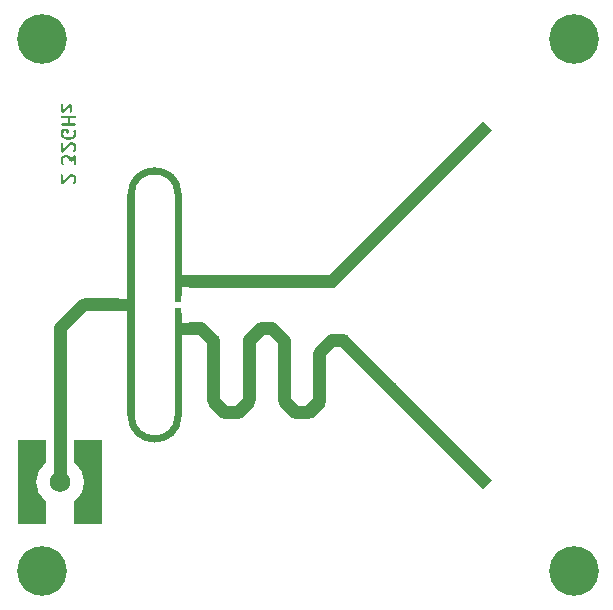
<source format=gbl>
G04 ========================BEGIN FILE IDENTIFICATION RECORD===============*
G04 File Format : GERBER RS274X*
G04 File Origin : Ansoft Designer*
G04 =====THIS FILE CONTAINS GERBER DATA FOR LAYERS  signal_low*
G04 Design Name /home/ubuntu/Ansoft/repo/patch_2_32GHz/gerber/patch_and_splitter_sma*
%FSLAX55Y55*MOMM*%
%ADD10C, 4.200000*%
%ADD11C, 0.900000*%
%ADD12C, 0.900000*%
%ADD13C, 0.900000*%
%ADD14R, 1.000000X1.100000*%
%ADD15R, 0.600000X0.600000*%
%ADD16C, 1.730000*%
%ADD17C, 0.107488*%
G75*
%LPD*%G36*
G01X738891Y661109D02*
G03X661109Y738891I-38891J38891D01*
G01X661109Y738891D01*
G01X177218Y255000D01*
G01X-1000000Y255000D01*
G03X-1000000Y145000I0J-55000D01*
G01X-1000000Y145000D01*
G01X222782Y145000D01*
G01X738891Y661109D01*
G37*
G36*
G01X661109Y-738891D02*
G03X738891Y-661109I38891J38891D01*
G01X738891Y-661109D01*
G01X338891Y-261109D01*
G03X300000Y-245000I-38891J-38891D01*
G01X300000Y-245000D01*
G01X200000Y-245000D01*
G03X161109Y-261109I0J-55000D01*
G01X161109Y-261109D01*
G01X61109Y-361109D01*
G03X45000Y-400000I38891J-38891D01*
G01X45000Y-400000D01*
G01X45000Y-791718D01*
G01X-22782Y-859500D01*
G01X-77218Y-859500D01*
G01X-145000Y-791718D01*
G01X-145000Y-300000D01*
G03X-161109Y-261109I-55000J0D01*
G01X-161109Y-261109D01*
G01X-261109Y-161109D01*
G03X-300000Y-145000I-38891J-38891D01*
G01X-300000Y-145000D01*
G01X-400000Y-145000D01*
G03X-438891Y-161109I0J-55000D01*
G01X-438891Y-161109D01*
G01X-538891Y-261109D01*
G03X-555000Y-300000I38891J-38891D01*
G01X-555000Y-300000D01*
G01X-555000Y-791718D01*
G01X-622782Y-859500D01*
G01X-677218Y-859500D01*
G01X-745000Y-791718D01*
G01X-745000Y-300000D01*
G03X-761109Y-261109I-55000J0D01*
G01X-761109Y-261109D01*
G01X-861109Y-161109D01*
G03X-900000Y-145000I-38891J-38891D01*
G01X-900000Y-145000D01*
G01X-1000000Y-145000D01*
G03X-1000000Y-255000I0J-55000D01*
G01X-1000000Y-255000D01*
G01X-922782Y-255000D01*
G01X-855000Y-322782D01*
G01X-855000Y-814500D01*
G03X-838891Y-853391I55000J0D01*
G01X-838891Y-853391D01*
G01X-738891Y-953391D01*
G03X-700000Y-969500I38891J38891D01*
G01X-700000Y-969500D01*
G01X-600000Y-969500D01*
G03X-561109Y-953391I0J55000D01*
G01X-561109Y-953391D01*
G01X-461109Y-853391D01*
G03X-445000Y-814500I-38891J38891D01*
G01X-445000Y-814500D01*
G01X-445000Y-322782D01*
G01X-377218Y-255000D01*
G01X-322782Y-255000D01*
G01X-255000Y-322782D01*
G01X-255000Y-814500D01*
G03X-238891Y-853391I55000J0D01*
G01X-238891Y-853391D01*
G01X-138891Y-953391D01*
G03X-100000Y-969500I38891J38891D01*
G01X-100000Y-969500D01*
G01X0Y-969500D01*
G03X38891Y-953391I0J55000D01*
G01X38891Y-953391D01*
G01X138891Y-853391D01*
G03X155000Y-814500I-38891J38891D01*
G01X155000Y-814500D01*
G01X155000Y-422782D01*
G01X222782Y-355000D01*
G01X277218Y-355000D01*
G01X661109Y-738891D01*
G37*
G36*
G01X-1600000Y-55000D02*
G03X-1600000Y55000I0J55000D01*
G01X-1600000Y55000D01*
G01X-1900000Y55000D01*
G03X-1938891Y38891I0J-55000D01*
G01X-1938891Y38891D01*
G01X-2138891Y-161109D01*
G03X-2155000Y-200000I38891J-38891D01*
G01X-2155000Y-200000D01*
G01X-2155000Y-1500000D01*
G03X-2045000Y-1500000I55000J0D01*
G01X-2045000Y-1500000D01*
G01X-2045000Y-222782D01*
G01X-1877218Y-55000D01*
G01X-1600000Y-55000D01*
G37*
G54D10*
X2250000Y-2250000D03*
G54D10*
X-2250000Y2250000D03*
G54D10*
X-2250000Y-2250000D03*
G54D10*
X2250000Y2250000D03*
G54D11*
X-2400000Y-1200000D03*
G54D11*
X-2400000Y-1400000D03*
G54D12*
X-2400000Y-1600000D03*
G54D13*
X-2400000Y-1800000D03*
G54D13*
X-1800000Y-1800000D03*
G54D12*
X-1800000Y-1600000D03*
G54D11*
X-1800000Y-1400000D03*
G54D11*
X-1800000Y-1200000D03*
G36*
G01X-1530707Y-935000D02*
G03X-1469293Y-935000I30707J0D01*
G01X-1469293Y-935000D01*
G01X-1469293Y0D01*
G03X-1530707Y0I-30707J0D01*
G01X-1530707Y0D01*
G01X-1530707Y-935000D01*
G37*
G36*
G01X-1130293Y935000D02*
G03X-1069707Y935000I30293J0D01*
G01X-1069707Y935000D01*
G03X-1530293Y935000I-230293J0D01*
G01X-1530293Y935000D01*
G03X-1469707Y935000I30293J0D01*
G01X-1469707Y935000D01*
G02X-1130293Y935000I169707J0D01*
G01X-1130293Y935000D01*
G37*
G36*
G01X-1130293Y80000D02*
G03X-1069707Y80000I30293J0D01*
G01X-1069707Y80000D01*
G01X-1069707Y935000D01*
G03X-1130293Y935000I-30293J0D01*
G01X-1130293Y935000D01*
G01X-1130293Y80000D01*
G37*
G36*
G01X-1469293Y-935000D02*
G03X-1530707Y-935000I-30707J0D01*
G01X-1530707Y-935000D01*
G03X-1069293Y-935000I230707J0D01*
G01X-1069293Y-935000D01*
G03X-1130707Y-935000I-30707J0D01*
G01X-1130707Y-935000D01*
G02X-1469293Y-935000I-169293J0D01*
G01X-1469293Y-935000D01*
G37*
G36*
G01X-1069293Y-80000D02*
G03X-1130707Y-80000I-30707J0D01*
G01X-1130707Y-80000D01*
G01X-1130707Y-935000D01*
G03X-1069293Y-935000I30707J0D01*
G01X-1069293Y-935000D01*
G01X-1069293Y-80000D01*
G37*
G54D14*
X-1550000Y0D03*
G54D14*
X-1050000Y200000D03*
G54D14*
X-1050000Y-200000D03*
G36*
G01X-1530293Y0D02*
G03X-1469707Y0I30293J0D01*
G01X-1469707Y0D01*
G01X-1469707Y935000D01*
G03X-1530293Y935000I-30293J0D01*
G01X-1530293Y935000D01*
G01X-1530293Y0D01*
G37*
G54D15*
X-1100000Y50000D03*
G54D15*
X-1100000Y-50000D03*
G36*
G01X1559170Y1481389D02*
G01X1481389Y1559170D01*
G01X661109Y738891D01*
G01X738891Y661109D01*
G01X1559170Y1481389D01*
G37*
G36*
G01X1481389Y-1559170D02*
G01X1559170Y-1481389D01*
G01X738891Y-661109D01*
G01X661109Y-738891D01*
G01X1481389Y-1559170D01*
G37*
G36*
G01X-1979500Y-1665227D02*
G01X-1979500Y-1855500D01*
G01X-1744500Y-1855500D01*
G01X-1744500Y-1144500D01*
G01X-1979500Y-1144500D01*
G01X-1979500Y-1334773D01*
G02X-1895500Y-1500000I-120500J-165227D01*
G01X-1895500Y-1500000D01*
G02X-1979500Y-1665227I-204500J0D01*
G01X-1979500Y-1665227D01*
G37*
G36*
G01X-2455500Y-1144500D02*
G01X-2455500Y-1855500D01*
G01X-2220500Y-1855500D01*
G01X-2220500Y-1665227D01*
G02X-2304500Y-1500000I120500J165227D01*
G01X-2304500Y-1500000D01*
G02X-2220500Y-1334773I204500J0D01*
G01X-2220500Y-1334773D01*
G01X-2220500Y-1144500D01*
G01X-2455500Y-1144500D01*
G37*
G54D16*
X-2100000Y-1500000D03*
G36*
G01X-1990592Y1040866D02*
G03X-1976450Y1026724I7071J-7071D01*
G01X-1976450Y1026724D01*
G01X-1971076Y1032099D01*
G03X-1969168Y1034767I-7071J7071D01*
G01X-1969168Y1034767D01*
G01X-1963897Y1045515D01*
G03X-1962876Y1049918I-8979J4403D01*
G01X-1962876Y1049918D01*
G01X-1962876Y1076687D01*
G03X-1963897Y1081090I-10000J0D01*
G01X-1963897Y1081090D01*
G01X-1969168Y1091838D01*
G03X-1971145Y1094575I-8979J-4403D01*
G01X-1971145Y1094575D01*
G01X-1976519Y1099846D01*
G03X-1979049Y1101651I-7002J-7139D01*
G01X-1979049Y1101651D01*
G01X-1989798Y1107025D01*
G03X-1994270Y1108081I-4472J-8944D01*
G01X-1994270Y1108081D01*
G01X-2005019Y1108081D01*
G03X-2008199Y1107562I0J-10000D01*
G01X-2008199Y1107562D01*
G01X-2024219Y1102187D01*
G03X-2028109Y1099778I3181J-9481D01*
G01X-2028109Y1099778D01*
G01X-2075324Y1052563D01*
G01X-2075324Y1098081D01*
G03X-2095324Y1098081I-10000J0D01*
G01X-2095324Y1098081D01*
G01X-2095324Y1028421D01*
G03X-2078253Y1021350I10000J0D01*
G01X-2078253Y1021350D01*
G01X-2015629Y1083973D01*
G01X-2003386Y1088081D01*
G01X-1996631Y1088081D01*
G01X-1989400Y1084466D01*
G01X-1986372Y1081495D01*
G01X-1982876Y1074367D01*
G01X-1982876Y1052238D01*
G01X-1986393Y1045065D01*
G01X-1990592Y1040866D01*
G37*
G36*
G01X-1979469Y1266314D02*
G01X-2006910Y1242253D01*
G01X-2012094Y1252622D01*
G03X-2014036Y1255289I-8944J-4472D01*
G01X-2014036Y1255289D01*
G01X-2019411Y1260560D01*
G03X-2021941Y1262365I-7002J-7139D01*
G01X-2021941Y1262365D01*
G01X-2032690Y1267739D01*
G03X-2037162Y1268795I-4472J-8944D01*
G01X-2037162Y1268795D01*
G01X-2063930Y1268795D01*
G03X-2068436Y1267721I0J-10000D01*
G01X-2068436Y1267721D01*
G01X-2079082Y1262347D01*
G03X-2081577Y1260560I4507J-8927D01*
G01X-2081577Y1260560D01*
G01X-2086952Y1255289D01*
G03X-2088894Y1252622I7002J-7139D01*
G01X-2088894Y1252622D01*
G01X-2094268Y1241874D01*
G03X-2095324Y1237401I8944J-4472D01*
G01X-2095324Y1237401D01*
G01X-2095324Y1205258D01*
G03X-2094268Y1200786I10000J0D01*
G01X-2094268Y1200786D01*
G01X-2088894Y1190037D01*
G03X-2087020Y1187437I8944J4472D01*
G01X-2087020Y1187437D01*
G01X-2081646Y1182063D01*
G03X-2067504Y1196206I7071J7071D01*
G01X-2067504Y1196206D01*
G01X-2071731Y1200432D01*
G01X-2075324Y1207619D01*
G01X-2075324Y1235040D01*
G01X-2071753Y1242181D01*
G01X-2068682Y1245194D01*
G01X-2061549Y1248795D01*
G01X-2039522Y1248795D01*
G01X-2032292Y1245180D01*
G01X-2029235Y1242181D01*
G01X-2025664Y1235041D01*
G01X-2025664Y1221277D01*
G03X-2009071Y1213758I10000J0D01*
G01X-2009071Y1213758D01*
G01X-1982876Y1236727D01*
G01X-1982876Y1189134D01*
G03X-1962876Y1189134I10000J0D01*
G01X-1962876Y1189134D01*
G01X-1962876Y1258795D01*
G03X-1979469Y1266314I-10000J0D01*
G01X-1979469Y1266314D01*
G37*
G36*
G01X-1990592Y1308757D02*
G03X-1976450Y1294614I7071J-7071D01*
G01X-1976450Y1294614D01*
G01X-1971076Y1299988D01*
G03X-1969185Y1302623I-7071J7071D01*
G01X-1969185Y1302623D01*
G01X-1963914Y1313270D01*
G03X-1962876Y1317707I-8962J4437D01*
G01X-1962876Y1317707D01*
G01X-1962876Y1344577D01*
G03X-1963914Y1349013I-10000J0D01*
G01X-1963914Y1349013D01*
G01X-1969185Y1359660D01*
G03X-1971076Y1362295I-8962J-4437D01*
G01X-1971076Y1362295D01*
G01X-1976450Y1367669D01*
G03X-1979049Y1369542I-7071J-7071D01*
G01X-1979049Y1369542D01*
G01X-1989798Y1374916D01*
G03X-1994270Y1375972I-4472J-8944D01*
G01X-1994270Y1375972D01*
G01X-2005019Y1375972D01*
G03X-2008199Y1375452I0J-10000D01*
G01X-2008199Y1375452D01*
G01X-2024219Y1370078D01*
G03X-2028109Y1367669I3180J-9481D01*
G01X-2028109Y1367669D01*
G01X-2075324Y1320454D01*
G01X-2075324Y1365972D01*
G03X-2095324Y1365972I-10000J0D01*
G01X-2095324Y1365972D01*
G01X-2095324Y1296312D01*
G03X-2078253Y1289240I10000J0D01*
G01X-2078253Y1289240D01*
G01X-2015629Y1351865D01*
G01X-2003386Y1355972D01*
G01X-1996631Y1355972D01*
G01X-1989445Y1352379D01*
G01X-1986380Y1349314D01*
G01X-1982876Y1342237D01*
G01X-1982876Y1320046D01*
G01X-1986380Y1312969D01*
G01X-1990592Y1308757D01*
G37*
G36*
G01X-2047162Y1457025D02*
G03X-2027162Y1457025I10000J0D01*
G01X-2027162Y1457025D01*
G01X-2027162Y1478420D01*
G03X-2037162Y1488420I-10000J0D01*
G01X-2037162Y1488420D01*
G01X-2074575Y1488420D01*
G03X-2081577Y1485559I0J-10000D01*
G01X-2081577Y1485559D01*
G01X-2086952Y1480288D01*
G03X-2089436Y1476311I7002J-7139D01*
G01X-2089436Y1476311D01*
G01X-2094811Y1460187D01*
G03X-2095324Y1457025I9487J-3162D01*
G01X-2095324Y1457025D01*
G01X-2095324Y1446277D01*
G03X-2094805Y1443096I10000J0D01*
G01X-2094805Y1443096D01*
G01X-2089430Y1427077D01*
G03X-2087055Y1423221I9481J3181D01*
G01X-2087055Y1423221D01*
G01X-2076410Y1412471D01*
G03X-2073776Y1410563I7106J7036D01*
G01X-2073776Y1410563D01*
G01X-2063027Y1405189D01*
G03X-2060948Y1404424I4472J8944D01*
G01X-2060948Y1404424D01*
G01X-2039554Y1399153D01*
G03X-2037162Y1398863I2392J9710D01*
G01X-2037162Y1398863D01*
G01X-2021038Y1398863D01*
G03X-2018646Y1399153I0J10000D01*
G01X-2018646Y1399153D01*
G01X-1997252Y1404424D01*
G03X-1995172Y1405190I-2392J9710D01*
G01X-1995172Y1405190D01*
G01X-1984424Y1410564D01*
G03X-1981824Y1412437I-4472J8944D01*
G01X-1981824Y1412437D01*
G01X-1971075Y1423187D01*
G03X-1968648Y1427132I-7071J7071D01*
G01X-1968648Y1427132D01*
G01X-1963377Y1443151D01*
G03X-1962876Y1446277I-9499J3126D01*
G01X-1962876Y1446277D01*
G01X-1962876Y1462399D01*
G03X-1963897Y1466802I-10000J0D01*
G01X-1963897Y1466802D01*
G01X-1969168Y1477551D01*
G03X-1987126Y1468746I-8979J-4403D01*
G01X-1987126Y1468746D01*
G01X-1982876Y1460079D01*
G01X-1982876Y1447880D01*
G01X-1986902Y1435645D01*
G01X-1994819Y1427726D01*
G01X-2003119Y1423577D01*
G01X-2022252Y1418863D01*
G01X-2035948Y1418863D01*
G01X-2055081Y1423577D01*
G01X-2063358Y1427715D01*
G01X-2071208Y1435642D01*
G01X-2075324Y1447910D01*
G01X-2075324Y1455402D01*
G01X-2071225Y1467698D01*
G01X-2070490Y1468420D01*
G01X-2047162Y1468420D01*
G01X-2047162Y1457025D01*
G37*
G36*
G01X-2085324Y1536685D02*
G03X-2085324Y1516685I0J-10000D01*
G01X-2085324Y1516685D01*
G01X-1972876Y1516685D01*
G03X-1972876Y1536685I0J10000D01*
G01X-1972876Y1536685D01*
G01X-2085324Y1536685D01*
G37*
G36*
G01X-2036413Y1526685D02*
G03X-2016413Y1526685I10000J0D01*
G01X-2016413Y1526685D01*
G01X-2016413Y1590971D01*
G03X-2036413Y1590971I-10000J0D01*
G01X-2036413Y1590971D01*
G01X-2036413Y1526685D01*
G37*
G36*
G01X-2085324Y1600971D02*
G03X-2085324Y1580971I0J-10000D01*
G01X-2085324Y1580971D01*
G01X-1972876Y1580971D01*
G03X-1972876Y1600971I0J10000D01*
G01X-1972876Y1600971D01*
G01X-2085324Y1600971D01*
G37*
G36*
G01X-2020290Y1633862D02*
G03X-2000290Y1633862I10000J0D01*
G01X-2000290Y1633862D01*
G01X-2000290Y1692773D01*
G03X-2016465Y1700638I-10000J0D01*
G01X-2016465Y1700638D01*
G01X-2075324Y1654427D01*
G01X-2075324Y1692773D01*
G03X-2095324Y1692773I-10000J0D01*
G01X-2095324Y1692773D01*
G01X-2095324Y1633862D01*
G03X-2079149Y1625997I10000J0D01*
G01X-2079149Y1625997D01*
G01X-2020290Y1672208D01*
G01X-2020290Y1633862D01*
G37*
G54D17*
X-2079950Y1146347D03*
M02*

</source>
